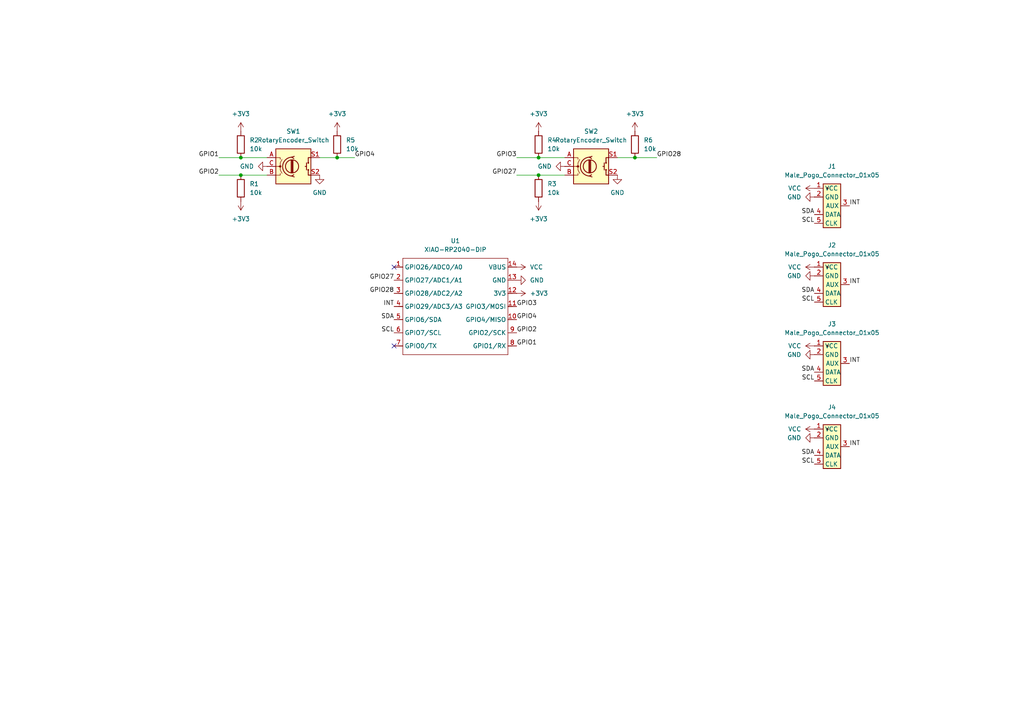
<source format=kicad_sch>
(kicad_sch (version 20250114) (generator "eeschema") (generator_version "9.0")
  (paper "A4")
  (lib_symbols
    (symbol "Connectors_Pogo:Male_Pogo_Connector_01x05"
      (property "Reference" "J" (at 0 6.35 0))
      (property "Value" "Male_Pogo_Connector_01x05" (at 0 -8.89 0))
      (symbol "Male_Pogo_Connector_01x05_1_1"
        (rectangle (start -2.54 5.08) (end 2.54 -7.62) (stroke (width 0.254)) (fill (type background)))
        (circle (center -1.27 3.81) (radius 0.254) (fill (type outline)))
        (pin power_in line (at -5.08 3.81 0) (length 2.54) (name "VCC") (number "1"))
        (pin power_in line (at -5.08 1.27 0) (length 2.54) (name "GND") (number "2"))
        (pin bidirectional line (at -5.08 -3.81 0) (length 2.54) (name "DATA") (number "4"))
        (pin bidirectional line (at -5.08 -6.35 0) (length 2.54) (name "CLK") (number "5"))
        (pin bidirectional line (at 5.08 -1.27 180) (length 2.54) (name "AUX") (number "3"))
      )
    )
    (symbol "Device:R" (pin_numbers (hide yes)) (pin_names (offset 0))
      (property "Reference" "R" (at 2.032 0 90))
      (property "Value" "R" (at 0 0 90))
      (symbol "R_0_1"
        (rectangle (start -1.016 -2.54) (end 1.016 2.54) (stroke (width 0.254)))
      )
      (symbol "R_1_1"
        (pin passive line (at 0 3.81 270) (length 1.27) (name "~") (number "1"))
        (pin passive line (at 0 -3.81 90) (length 1.27) (name "~") (number "2"))
      )
    )
    (symbol "Device:RotaryEncoder_Switch" (pin_names (offset 0.254) (hide yes))
      (property "Reference" "SW" (at 0 6.604 0))
      (property "Value" "RotaryEncoder_Switch" (at 0 -6.604 0))
      (symbol "RotaryEncoder_Switch_0_1"
        (rectangle (start -5.08 5.08) (end 5.08 -5.08) (stroke (width 0.254)) (fill (type background)))
        (polyline (pts (xy -5.08 2.54) (xy -3.81 2.54) (xy -3.81 2.032)))
        (polyline (pts (xy -5.08 0) (xy -3.81 0) (xy -3.81 -1.016) (xy -3.302 -2.032)))
        (polyline (pts (xy -5.08 -2.54) (xy -3.81 -2.54) (xy -3.81 -2.032)))
        (polyline (pts (xy -4.318 0) (xy -3.81 0) (xy -3.81 1.016) (xy -3.302 2.032)))
        (circle (center -3.81 0) (radius 0.254) (fill (type outline)))
        (polyline (pts (xy -0.635 -1.778) (xy -0.635 1.778)) (stroke (width 0.254)))
        (circle (center -0.381 0) (radius 1.905) (stroke (width 0.254)))
        (polyline (pts (xy -0.381 -1.778) (xy -0.381 1.778)) (stroke (width 0.254)))
        (arc (start -0.381 -2.794) (mid -3.0988 -0.0635) (end -0.381 2.667) (stroke (width 0.254)))
        (polyline (pts (xy -0.127 1.778) (xy -0.127 -1.778)) (stroke (width 0.254)))
        (polyline (pts (xy 0.254 2.921) (xy -0.508 2.667) (xy 0.127 2.286)) (stroke (width 0.254)))
        (polyline (pts (xy 0.254 -3.048) (xy -0.508 -2.794) (xy 0.127 -2.413)) (stroke (width 0.254)))
        (polyline (pts (xy 3.81 1.016) (xy 3.81 -1.016)) (stroke (width 0.254)))
        (polyline (pts (xy 3.81 0) (xy 3.429 0)) (stroke (width 0.254)))
        (circle (center 4.318 1.016) (radius 0.127) (stroke (width 0.254)))
        (circle (center 4.318 -1.016) (radius 0.127) (stroke (width 0.254)))
        (polyline (pts (xy 5.08 2.54) (xy 4.318 2.54) (xy 4.318 1.016)) (stroke (width 0.254)))
        (polyline (pts (xy 5.08 -2.54) (xy 4.318 -2.54) (xy 4.318 -1.016)) (stroke (width 0.254)))
      )
      (symbol "RotaryEncoder_Switch_1_1"
        (pin passive line (at -7.62 2.54 0) (length 2.54) (name "A") (number "A"))
        (pin passive line (at -7.62 0 0) (length 2.54) (name "C") (number "C"))
        (pin passive line (at -7.62 -2.54 0) (length 2.54) (name "B") (number "B"))
        (pin passive line (at 7.62 2.54 180) (length 2.54) (name "S1") (number "S1"))
        (pin passive line (at 7.62 -2.54 180) (length 2.54) (name "S2") (number "S2"))
      )
    )
    (symbol "Seeed-Studio-Xiao:XIAO-RP2040-DIP"
      (property "Reference" "U" (at 0 0 0))
      (property "Value" "XIAO-RP2040-DIP" (at 5.334 -1.778 0))
      (symbol "XIAO-RP2040-DIP_1_0"
        (polyline (pts (xy -1.27 -2.54) (xy 29.21 -2.54)) (stroke (width 0.1524)))
        (polyline (pts (xy -1.27 -5.08) (xy -2.54 -5.08)) (stroke (width 0.1524)))
        (polyline (pts (xy -1.27 -5.08) (xy -1.27 -2.54)) (stroke (width 0.1524)))
        (polyline (pts (xy -1.27 -8.89) (xy -2.54 -8.89)) (stroke (width 0.1524)))
        (polyline (pts (xy -1.27 -8.89) (xy -1.27 -5.08)) (stroke (width 0.1524)))
        (polyline (pts (xy -1.27 -12.7) (xy -2.54 -12.7)) (stroke (width 0.1524)))
        (polyline (pts (xy -1.27 -12.7) (xy -1.27 -8.89)) (stroke (width 0.1524)))
        (polyline (pts (xy -1.27 -16.51) (xy -2.54 -16.51)) (stroke (width 0.1524)))
        (polyline (pts (xy -1.27 -16.51) (xy -1.27 -12.7)) (stroke (width 0.1524)))
        (polyline (pts (xy -1.27 -20.32) (xy -2.54 -20.32)) (stroke (width 0.1524)))
        (polyline (pts (xy -1.27 -24.13) (xy -2.54 -24.13)) (stroke (width 0.1524)))
        (polyline (pts (xy -1.27 -27.94) (xy -2.54 -27.94)) (stroke (width 0.1524)))
        (polyline (pts (xy -1.27 -30.48) (xy -1.27 -16.51)) (stroke (width 0.1524)))
        (polyline (pts (xy 29.21 -2.54) (xy 29.21 -5.08)) (stroke (width 0.1524)))
        (polyline (pts (xy 29.21 -5.08) (xy 29.21 -8.89)) (stroke (width 0.1524)))
        (polyline (pts (xy 29.21 -8.89) (xy 29.21 -12.7)) (stroke (width 0.1524)))
        (polyline (pts (xy 29.21 -12.7) (xy 29.21 -30.48)) (stroke (width 0.1524)))
        (polyline (pts (xy 29.21 -30.48) (xy -1.27 -30.48)) (stroke (width 0.1524)))
        (polyline (pts (xy 30.48 -5.08) (xy 29.21 -5.08)) (stroke (width 0.1524)))
        (polyline (pts (xy 30.48 -8.89) (xy 29.21 -8.89)) (stroke (width 0.1524)))
        (polyline (pts (xy 30.48 -12.7) (xy 29.21 -12.7)) (stroke (width 0.1524)))
        (polyline (pts (xy 30.48 -16.51) (xy 29.21 -16.51)) (stroke (width 0.1524)))
        (polyline (pts (xy 30.48 -20.32) (xy 29.21 -20.32)) (stroke (width 0.1524)))
        (polyline (pts (xy 30.48 -24.13) (xy 29.21 -24.13)) (stroke (width 0.1524)))
        (polyline (pts (xy 30.48 -27.94) (xy 29.21 -27.94)) (stroke (width 0.1524)))
        (pin passive line (at -3.81 -5.08 0) (length 2.54) (name "GPIO26/ADC0/A0") (number "1"))
        (pin passive line (at -3.81 -8.89 0) (length 2.54) (name "GPIO27/ADC1/A1") (number "2"))
        (pin passive line (at -3.81 -12.7 0) (length 2.54) (name "GPIO28/ADC2/A2") (number "3"))
        (pin passive line (at -3.81 -16.51 0) (length 2.54) (name "GPIO29/ADC3/A3") (number "4"))
        (pin passive line (at -3.81 -20.32 0) (length 2.54) (name "GPIO6/SDA") (number "5"))
        (pin passive line (at -3.81 -24.13 0) (length 2.54) (name "GPIO7/SCL") (number "6"))
        (pin passive line (at -3.81 -27.94 0) (length 2.54) (name "GPIO0/TX") (number "7"))
        (pin passive line (at 31.75 -5.08 180) (length 2.54) (name "VBUS") (number "14"))
        (pin passive line (at 31.75 -8.89 180) (length 2.54) (name "GND") (number "13"))
        (pin passive line (at 31.75 -12.7 180) (length 2.54) (name "3V3") (number "12"))
        (pin passive line (at 31.75 -16.51 180) (length 2.54) (name "GPIO3/MOSI") (number "11"))
        (pin passive line (at 31.75 -20.32 180) (length 2.54) (name "GPIO4/MISO") (number "10"))
        (pin passive line (at 31.75 -24.13 180) (length 2.54) (name "GPIO2/SCK") (number "9"))
        (pin passive line (at 31.75 -27.94 180) (length 2.54) (name "GPIO1/RX") (number "8"))
      )
    )
    (symbol "power:+3V3" (power) (pin_numbers (hide yes)) (pin_names (offset 0) (hide yes))
      (property "Value" "+3V3" (at 0 3.556 0))
      (symbol "+3V3_0_1"
        (polyline (pts (xy -0.762 1.27) (xy 0 2.54)))
        (polyline (pts (xy 0 2.54) (xy 0.762 1.27)))
        (polyline (pts (xy 0 0) (xy 0 2.54)))
      )
      (symbol "+3V3_1_1"
        (pin power_in line (at 0 0 90) (length 0) (name "~") (number "1"))
      )
    )
    (symbol "power:GND" (power) (pin_numbers (hide yes)) (pin_names (offset 0) (hide yes))
      (property "Value" "GND" (at 0 -3.81 0))
      (symbol "GND_0_1"
        (polyline (pts (xy 0 0) (xy 0 -1.27) (xy 1.27 -1.27) (xy 0 -2.54) (xy -1.27 -1.27) (xy 0 -1.27)))
      )
      (symbol "GND_1_1"
        (pin power_in line (at 0 0 270) (length 0) (name "~") (number "1"))
      )
    )
    (symbol "power:VCC" (power) (pin_numbers (hide yes)) (pin_names (offset 0) (hide yes))
      (property "Value" "VCC" (at 0 3.556 0))
      (symbol "VCC_0_1"
        (polyline (pts (xy -0.762 1.27) (xy 0 2.54)))
        (polyline (pts (xy 0 2.54) (xy 0.762 1.27)))
        (polyline (pts (xy 0 0) (xy 0 2.54)))
      )
      (symbol "VCC_1_1"
        (pin power_in line (at 0 0 90) (length 0) (name "~") (number "1"))
      )
    )
  )
  (junction (at 184.15 45.72))
  (junction (at 69.85 45.72))
  (junction (at 156.21 50.8))
  (junction (at 97.79 45.72))
  (junction (at 156.21 45.72))
  (junction (at 69.85 50.8))
  (no_connect (at 114.3 77.47))
  (no_connect (at 114.3 100.33))
  (wire (pts (xy 69.85 45.72) (xy 77.47 45.72)))
  (wire (pts (xy 102.87 45.72) (xy 97.79 45.72)))
  (wire (pts (xy 156.21 50.8) (xy 163.83 50.8)))
  (wire (pts (xy 190.5 45.72) (xy 184.15 45.72)))
  (wire (pts (xy 149.86 45.72) (xy 156.21 45.72)))
  (wire (pts (xy 149.86 50.8) (xy 156.21 50.8)))
  (wire (pts (xy 63.5 50.8) (xy 69.85 50.8)))
  (wire (pts (xy 184.15 45.72) (xy 179.07 45.72)))
  (wire (pts (xy 156.21 45.72) (xy 163.83 45.72)))
  (wire (pts (xy 69.85 50.8) (xy 77.47 50.8)))
  (wire (pts (xy 63.5 45.72) (xy 69.85 45.72)))
  (wire (pts (xy 97.79 45.72) (xy 92.71 45.72)))
  (label "SCL" (at 236.22 64.77 180))
  (label "SDA" (at 236.22 107.95 180))
  (label "SDA" (at 114.3 92.71 180))
  (label "INT" (at 246.38 82.55 0))
  (label "SCL" (at 114.3 96.52 180))
  (label "GPIO3" (at 149.86 45.72 180))
  (label "INT" (at 246.38 129.54 0))
  (label "SDA" (at 236.22 85.09 180))
  (label "GPIO4" (at 102.87 45.72 0))
  (label "GPIO3" (at 149.86 88.9 0))
  (label "SCL" (at 236.22 87.63 180))
  (label "GPIO27" (at 149.86 50.8 180))
  (label "GPIO1" (at 149.86 100.33 0))
  (label "GPIO2" (at 63.5 50.8 180))
  (label "INT" (at 114.3 88.9 180))
  (label "INT" (at 246.38 105.41 0))
  (label "GPIO28" (at 190.5 45.72 0))
  (label "GPIO4" (at 149.86 92.71 0))
  (label "SDA" (at 236.22 132.08 180))
  (label "SCL" (at 236.22 110.49 180))
  (label "SCL" (at 236.22 134.62 180))
  (label "GPIO28" (at 114.3 85.09 180))
  (label "GPIO1" (at 63.5 45.72 180))
  (label "INT" (at 246.38 59.69 0))
  (label "SDA" (at 236.22 62.23 180))
  (label "GPIO27" (at 114.3 81.28 180))
  (label "GPIO2" (at 149.86 96.52 0))
  (symbol (lib_id "power:GND") (at 77.47 48.26 270) (unit 1)
    (property "Reference" "#PWR04" (effects (hide yes)))
    (property "Value" "GND" (at 73.66 48.2599 90) (effects (justify right)))
    (property "Description" "Power symbol creates a global label with name \"GND\" , ground" (effects (hide yes)))
  )
  (symbol (lib_id "power:VCC") (at 236.22 124.46 90) (unit 1)
    (property "Reference" "#PWR017" (effects (hide yes)))
    (property "Value" "VCC" (at 232.41 124.4599 90) (effects (justify left)))
    (property "Description" "Power symbol creates a global label with name \"VCC\"" (effects (hide yes)))
  )
  (symbol (lib_id "power:GND") (at 236.22 127 270) (unit 1)
    (property "Reference" "#PWR021" (effects (hide yes)))
    (property "Value" "GND" (at 232.41 126.9999 90) (effects (justify right)))
    (property "Description" "Power symbol creates a global label with name \"GND\" , ground" (effects (hide yes)))
  )
  (symbol (lib_id "power:GND") (at 163.83 48.26 270) (unit 1)
    (property "Reference" "#PWR05" (effects (hide yes)))
    (property "Value" "GND" (at 160.02 48.2599 90) (effects (justify right)))
    (property "Description" "Power symbol creates a global label with name \"GND\" , ground" (effects (hide yes)))
  )
  (symbol (lib_id "power:GND") (at 236.22 80.01 270) (unit 1)
    (property "Reference" "#PWR019" (effects (hide yes)))
    (property "Value" "GND" (at 232.41 80.0099 90) (effects (justify right)))
    (property "Description" "Power symbol creates a global label with name \"GND\" , ground" (effects (hide yes)))
  )
  (symbol (lib_id "Device:R") (at 184.15 41.91 0) (unit 1)
    (property "Reference" "R6" (at 186.69 40.6399 0) (effects (justify left)))
    (property "Value" "10k" (at 186.69 43.1799 0) (effects (justify left)))
    (property "Footprint" "Resistor_THT:R_Axial_DIN0207_L6.3mm_D2.5mm_P10.16mm_Horizontal" (effects (hide yes)))
    (property "Description" "Resistor" (effects (hide yes)))
  )
  (symbol (lib_id "power:GND") (at 149.86 81.28 90) (unit 1)
    (property "Reference" "#PWR03" (effects (hide yes)))
    (property "Value" "GND" (at 153.67 81.2799 90) (effects (justify right)))
    (property "Description" "Power symbol creates a global label with name \"GND\" , ground" (effects (hide yes)))
  )
  (symbol (lib_id "Seeed-Studio-Xiao:XIAO-RP2040-DIP") (at 118.11 72.39 0) (unit 1)
    (property "Reference" "U1" (at 132.08 69.85 0))
    (property "Value" "XIAO-RP2040-DIP" (at 132.08 72.39 0))
    (property "Footprint" "Module:XIAO-RP2040-DIP" (effects (hide yes)))
  )
  (symbol (lib_id "Device:R") (at 156.21 54.61 0) (unit 1)
    (property "Reference" "R3" (at 158.75 53.3399 0) (effects (justify left)))
    (property "Value" "10k" (at 158.75 55.8799 0) (effects (justify left)))
    (property "Footprint" "Resistor_THT:R_Axial_DIN0207_L6.3mm_D2.5mm_P10.16mm_Horizontal" (effects (hide yes)))
    (property "Description" "Resistor" (effects (hide yes)))
  )
  (symbol (lib_id "power:+3V3") (at 156.21 38.1 0) (unit 1)
    (property "Reference" "#PWR010" (effects (hide yes)))
    (property "Value" "+3V3" (at 156.21 33.02 0))
    (property "Description" "Power symbol creates a global label with name \"+3V3\"" (effects (hide yes)))
  )
  (symbol (lib_id "Device:R") (at 69.85 54.61 0) (unit 1)
    (property "Reference" "R1" (at 72.39 53.3399 0) (effects (justify left)))
    (property "Value" "10k" (at 72.39 55.8799 0) (effects (justify left)))
    (property "Footprint" "Resistor_THT:R_Axial_DIN0207_L6.3mm_D2.5mm_P10.16mm_Horizontal" (effects (hide yes)))
    (property "Description" "Resistor" (effects (hide yes)))
  )
  (symbol (lib_id "Device:R") (at 69.85 41.91 0) (unit 1)
    (property "Reference" "R2" (at 72.39 40.6399 0) (effects (justify left)))
    (property "Value" "10k" (at 72.39 43.1799 0) (effects (justify left)))
    (property "Footprint" "Resistor_THT:R_Axial_DIN0207_L6.3mm_D2.5mm_P10.16mm_Horizontal" (effects (hide yes)))
    (property "Description" "Resistor" (effects (hide yes)))
  )
  (symbol (lib_id "Device:RotaryEncoder_Switch") (at 171.45 48.26 0) (unit 1)
    (property "Reference" "SW2" (at 171.45 38.1 0))
    (property "Value" "RotaryEncoder_Switch" (at 171.45 40.64 0))
    (property "Footprint" "Rotary_Encoder:RotaryEncoder_Alps_EC11E-Switch_Vertical_H20mm" (effects (hide yes)))
    (property "Description" "Rotary encoder, dual channel, incremental quadrate outputs, with switch" (effects (hide yes)))
  )
  (symbol (lib_id "Connectors_Pogo:Male_Pogo_Connector_01x05") (at 241.3 104.14 0) (unit 1)
    (property "Reference" "J3" (at 241.3 93.98 0))
    (property "Value" "Male_Pogo_Connector_01x05" (at 241.3 96.52 0))
    (property "Footprint" "Connector_PinHeader_2.54mm:PinHeader_1x05_P2.54mm_Vertical" (effects (hide yes)))
  )
  (symbol (lib_id "power:+3V3") (at 69.85 38.1 0) (unit 1)
    (property "Reference" "#PWR08" (effects (hide yes)))
    (property "Value" "+3V3" (at 69.85 33.02 0))
    (property "Description" "Power symbol creates a global label with name \"+3V3\"" (effects (hide yes)))
  )
  (symbol (lib_id "Connectors_Pogo:Male_Pogo_Connector_01x05") (at 241.3 58.42 0) (unit 1)
    (property "Reference" "J1" (at 241.3 48.26 0))
    (property "Value" "Male_Pogo_Connector_01x05" (at 241.3 50.8 0))
    (property "Footprint" "Connector_PinHeader_2.54mm:PinHeader_1x05_P2.54mm_Vertical" (effects (hide yes)))
  )
  (symbol (lib_id "power:+3V3") (at 69.85 58.42 180) (unit 1)
    (property "Reference" "#PWR09" (effects (hide yes)))
    (property "Value" "+3V3" (at 69.85 63.5 0))
    (property "Description" "Power symbol creates a global label with name \"+3V3\"" (effects (hide yes)))
  )
  (symbol (lib_id "Device:RotaryEncoder_Switch") (at 85.09 48.26 0) (unit 1)
    (property "Reference" "SW1" (at 85.09 38.1 0))
    (property "Value" "RotaryEncoder_Switch" (at 85.09 40.64 0))
    (property "Footprint" "Rotary_Encoder:RotaryEncoder_Alps_EC11E-Switch_Vertical_H20mm" (effects (hide yes)))
    (property "Description" "Rotary encoder, dual channel, incremental quadrate outputs, with switch" (effects (hide yes)))
  )
  (symbol (lib_id "Connectors_Pogo:Male_Pogo_Connector_01x05") (at 241.3 128.27 0) (unit 1)
    (property "Reference" "J4" (at 241.3 118.11 0))
    (property "Value" "Male_Pogo_Connector_01x05" (at 241.3 120.65 0))
    (property "Footprint" "Connector_PinHeader_2.54mm:PinHeader_1x05_P2.54mm_Vertical" (effects (hide yes)))
  )
  (symbol (lib_id "Device:R") (at 97.79 41.91 0) (unit 1)
    (property "Reference" "R5" (at 100.33 40.6399 0) (effects (justify left)))
    (property "Value" "10k" (at 100.33 43.1799 0) (effects (justify left)))
    (property "Footprint" "Resistor_THT:R_Axial_DIN0207_L6.3mm_D2.5mm_P10.16mm_Horizontal" (effects (hide yes)))
    (property "Description" "Resistor" (effects (hide yes)))
  )
  (symbol (lib_id "power:VCC") (at 236.22 100.33 90) (unit 1)
    (property "Reference" "#PWR016" (effects (hide yes)))
    (property "Value" "VCC" (at 232.41 100.3299 90) (effects (justify left)))
    (property "Description" "Power symbol creates a global label with name \"VCC\"" (effects (hide yes)))
  )
  (symbol (lib_id "power:GND") (at 236.22 102.87 270) (unit 1)
    (property "Reference" "#PWR020" (effects (hide yes)))
    (property "Value" "GND" (at 232.41 102.8699 90) (effects (justify right)))
    (property "Description" "Power symbol creates a global label with name \"GND\" , ground" (effects (hide yes)))
  )
  (symbol (lib_id "power:VCC") (at 149.86 77.47 270) (unit 1)
    (property "Reference" "#PWR013" (effects (hide yes)))
    (property "Value" "VCC" (at 153.67 77.4699 90) (effects (justify left)))
    (property "Description" "Power symbol creates a global label with name \"VCC\"" (effects (hide yes)))
  )
  (symbol (lib_id "power:VCC") (at 236.22 54.61 90) (unit 1)
    (property "Reference" "#PWR014" (effects (hide yes)))
    (property "Value" "VCC" (at 232.41 54.6099 90) (effects (justify left)))
    (property "Description" "Power symbol creates a global label with name \"VCC\"" (effects (hide yes)))
  )
  (symbol (lib_id "power:GND") (at 92.71 50.8 0) (unit 1)
    (property "Reference" "#PWR01" (effects (hide yes)))
    (property "Value" "GND" (at 92.71 55.88 0))
    (property "Description" "Power symbol creates a global label with name \"GND\" , ground" (effects (hide yes)))
  )
  (symbol (lib_id "Connectors_Pogo:Male_Pogo_Connector_01x05") (at 241.3 81.28 0) (unit 1)
    (property "Reference" "J2" (at 241.3 71.12 0))
    (property "Value" "Male_Pogo_Connector_01x05" (at 241.3 73.66 0))
    (property "Footprint" "Connector_PinHeader_2.54mm:PinHeader_1x05_P2.54mm_Vertical" (effects (hide yes)))
  )
  (symbol (lib_id "Device:R") (at 156.21 41.91 0) (unit 1)
    (property "Reference" "R4" (at 158.75 40.6399 0) (effects (justify left)))
    (property "Value" "10k" (at 158.75 43.1799 0) (effects (justify left)))
    (property "Footprint" "Resistor_THT:R_Axial_DIN0207_L6.3mm_D2.5mm_P10.16mm_Horizontal" (effects (hide yes)))
    (property "Description" "Resistor" (effects (hide yes)))
  )
  (symbol (lib_id "power:+3V3") (at 184.15 38.1 0) (unit 1)
    (property "Reference" "#PWR012" (effects (hide yes)))
    (property "Value" "+3V3" (at 184.15 33.02 0))
    (property "Description" "Power symbol creates a global label with name \"+3V3\"" (effects (hide yes)))
  )
  (symbol (lib_id "power:+3V3") (at 149.86 85.09 270) (unit 1)
    (property "Reference" "#PWR06" (effects (hide yes)))
    (property "Value" "+3V3" (at 153.67 85.0899 90) (effects (justify left)))
    (property "Description" "Power symbol creates a global label with name \"+3V3\"" (effects (hide yes)))
  )
  (symbol (lib_id "power:GND") (at 236.22 57.15 270) (unit 1)
    (property "Reference" "#PWR018" (effects (hide yes)))
    (property "Value" "GND" (at 232.41 57.1499 90) (effects (justify right)))
    (property "Description" "Power symbol creates a global label with name \"GND\" , ground" (effects (hide yes)))
  )
  (symbol (lib_id "power:+3V3") (at 156.21 58.42 180) (unit 1)
    (property "Reference" "#PWR011" (effects (hide yes)))
    (property "Value" "+3V3" (at 156.21 63.5 0))
    (property "Description" "Power symbol creates a global label with name \"+3V3\"" (effects (hide yes)))
  )
  (symbol (lib_id "power:VCC") (at 236.22 77.47 90) (unit 1)
    (property "Reference" "#PWR015" (effects (hide yes)))
    (property "Value" "VCC" (at 232.41 77.4699 90) (effects (justify left)))
    (property "Description" "Power symbol creates a global label with name \"VCC\"" (effects (hide yes)))
  )
  (symbol (lib_id "power:+3V3") (at 97.79 38.1 0) (unit 1)
    (property "Reference" "#PWR07" (effects (hide yes)))
    (property "Value" "+3V3" (at 97.79 33.02 0))
    (property "Description" "Power symbol creates a global label with name \"+3V3\"" (effects (hide yes)))
  )
  (symbol (lib_id "power:GND") (at 179.07 50.8 0) (unit 1)
    (property "Reference" "#PWR02" (effects (hide yes)))
    (property "Value" "GND" (at 179.07 55.88 0))
    (property "Description" "Power symbol creates a global label with name \"GND\" , ground" (effects (hide yes)))
  )
)
</source>
